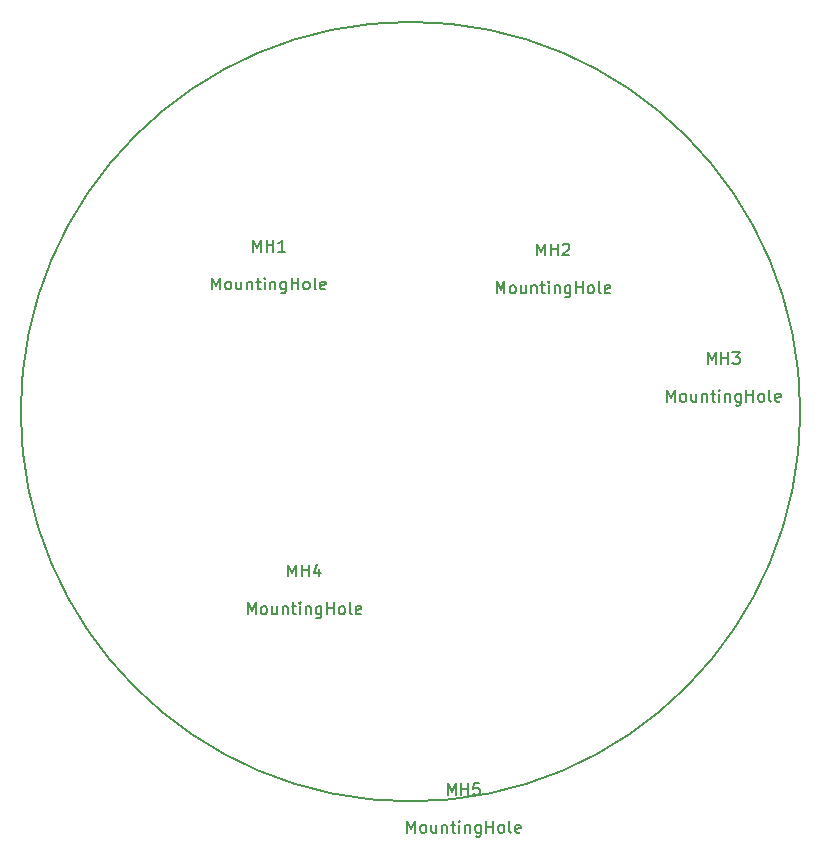
<source format=gbr>
G04 #@! TF.GenerationSoftware,KiCad,Pcbnew,7.0.7*
G04 #@! TF.CreationDate,2023-12-06T21:09:37-05:00*
G04 #@! TF.ProjectId,Daughterboard,44617567-6874-4657-9262-6f6172642e6b,rev?*
G04 #@! TF.SameCoordinates,Original*
G04 #@! TF.FileFunction,AssemblyDrawing,Top*
%FSLAX46Y46*%
G04 Gerber Fmt 4.6, Leading zero omitted, Abs format (unit mm)*
G04 Created by KiCad (PCBNEW 7.0.7) date 2023-12-06 21:09:37*
%MOMM*%
%LPD*%
G01*
G04 APERTURE LIST*
%ADD10C,0.200000*%
%ADD11C,0.150000*%
G04 APERTURE END LIST*
D10*
X183000000Y-100000000D02*
G75*
G03*
X183000000Y-100000000I-33000000J0D01*
G01*
D11*
X157289285Y-89979819D02*
X157289285Y-88979819D01*
X157289285Y-88979819D02*
X157622618Y-89694104D01*
X157622618Y-89694104D02*
X157955951Y-88979819D01*
X157955951Y-88979819D02*
X157955951Y-89979819D01*
X158574999Y-89979819D02*
X158479761Y-89932200D01*
X158479761Y-89932200D02*
X158432142Y-89884580D01*
X158432142Y-89884580D02*
X158384523Y-89789342D01*
X158384523Y-89789342D02*
X158384523Y-89503628D01*
X158384523Y-89503628D02*
X158432142Y-89408390D01*
X158432142Y-89408390D02*
X158479761Y-89360771D01*
X158479761Y-89360771D02*
X158574999Y-89313152D01*
X158574999Y-89313152D02*
X158717856Y-89313152D01*
X158717856Y-89313152D02*
X158813094Y-89360771D01*
X158813094Y-89360771D02*
X158860713Y-89408390D01*
X158860713Y-89408390D02*
X158908332Y-89503628D01*
X158908332Y-89503628D02*
X158908332Y-89789342D01*
X158908332Y-89789342D02*
X158860713Y-89884580D01*
X158860713Y-89884580D02*
X158813094Y-89932200D01*
X158813094Y-89932200D02*
X158717856Y-89979819D01*
X158717856Y-89979819D02*
X158574999Y-89979819D01*
X159765475Y-89313152D02*
X159765475Y-89979819D01*
X159336904Y-89313152D02*
X159336904Y-89836961D01*
X159336904Y-89836961D02*
X159384523Y-89932200D01*
X159384523Y-89932200D02*
X159479761Y-89979819D01*
X159479761Y-89979819D02*
X159622618Y-89979819D01*
X159622618Y-89979819D02*
X159717856Y-89932200D01*
X159717856Y-89932200D02*
X159765475Y-89884580D01*
X160241666Y-89313152D02*
X160241666Y-89979819D01*
X160241666Y-89408390D02*
X160289285Y-89360771D01*
X160289285Y-89360771D02*
X160384523Y-89313152D01*
X160384523Y-89313152D02*
X160527380Y-89313152D01*
X160527380Y-89313152D02*
X160622618Y-89360771D01*
X160622618Y-89360771D02*
X160670237Y-89456009D01*
X160670237Y-89456009D02*
X160670237Y-89979819D01*
X161003571Y-89313152D02*
X161384523Y-89313152D01*
X161146428Y-88979819D02*
X161146428Y-89836961D01*
X161146428Y-89836961D02*
X161194047Y-89932200D01*
X161194047Y-89932200D02*
X161289285Y-89979819D01*
X161289285Y-89979819D02*
X161384523Y-89979819D01*
X161717857Y-89979819D02*
X161717857Y-89313152D01*
X161717857Y-88979819D02*
X161670238Y-89027438D01*
X161670238Y-89027438D02*
X161717857Y-89075057D01*
X161717857Y-89075057D02*
X161765476Y-89027438D01*
X161765476Y-89027438D02*
X161717857Y-88979819D01*
X161717857Y-88979819D02*
X161717857Y-89075057D01*
X162194047Y-89313152D02*
X162194047Y-89979819D01*
X162194047Y-89408390D02*
X162241666Y-89360771D01*
X162241666Y-89360771D02*
X162336904Y-89313152D01*
X162336904Y-89313152D02*
X162479761Y-89313152D01*
X162479761Y-89313152D02*
X162574999Y-89360771D01*
X162574999Y-89360771D02*
X162622618Y-89456009D01*
X162622618Y-89456009D02*
X162622618Y-89979819D01*
X163527380Y-89313152D02*
X163527380Y-90122676D01*
X163527380Y-90122676D02*
X163479761Y-90217914D01*
X163479761Y-90217914D02*
X163432142Y-90265533D01*
X163432142Y-90265533D02*
X163336904Y-90313152D01*
X163336904Y-90313152D02*
X163194047Y-90313152D01*
X163194047Y-90313152D02*
X163098809Y-90265533D01*
X163527380Y-89932200D02*
X163432142Y-89979819D01*
X163432142Y-89979819D02*
X163241666Y-89979819D01*
X163241666Y-89979819D02*
X163146428Y-89932200D01*
X163146428Y-89932200D02*
X163098809Y-89884580D01*
X163098809Y-89884580D02*
X163051190Y-89789342D01*
X163051190Y-89789342D02*
X163051190Y-89503628D01*
X163051190Y-89503628D02*
X163098809Y-89408390D01*
X163098809Y-89408390D02*
X163146428Y-89360771D01*
X163146428Y-89360771D02*
X163241666Y-89313152D01*
X163241666Y-89313152D02*
X163432142Y-89313152D01*
X163432142Y-89313152D02*
X163527380Y-89360771D01*
X164003571Y-89979819D02*
X164003571Y-88979819D01*
X164003571Y-89456009D02*
X164574999Y-89456009D01*
X164574999Y-89979819D02*
X164574999Y-88979819D01*
X165194047Y-89979819D02*
X165098809Y-89932200D01*
X165098809Y-89932200D02*
X165051190Y-89884580D01*
X165051190Y-89884580D02*
X165003571Y-89789342D01*
X165003571Y-89789342D02*
X165003571Y-89503628D01*
X165003571Y-89503628D02*
X165051190Y-89408390D01*
X165051190Y-89408390D02*
X165098809Y-89360771D01*
X165098809Y-89360771D02*
X165194047Y-89313152D01*
X165194047Y-89313152D02*
X165336904Y-89313152D01*
X165336904Y-89313152D02*
X165432142Y-89360771D01*
X165432142Y-89360771D02*
X165479761Y-89408390D01*
X165479761Y-89408390D02*
X165527380Y-89503628D01*
X165527380Y-89503628D02*
X165527380Y-89789342D01*
X165527380Y-89789342D02*
X165479761Y-89884580D01*
X165479761Y-89884580D02*
X165432142Y-89932200D01*
X165432142Y-89932200D02*
X165336904Y-89979819D01*
X165336904Y-89979819D02*
X165194047Y-89979819D01*
X166098809Y-89979819D02*
X166003571Y-89932200D01*
X166003571Y-89932200D02*
X165955952Y-89836961D01*
X165955952Y-89836961D02*
X165955952Y-88979819D01*
X166860714Y-89932200D02*
X166765476Y-89979819D01*
X166765476Y-89979819D02*
X166575000Y-89979819D01*
X166575000Y-89979819D02*
X166479762Y-89932200D01*
X166479762Y-89932200D02*
X166432143Y-89836961D01*
X166432143Y-89836961D02*
X166432143Y-89456009D01*
X166432143Y-89456009D02*
X166479762Y-89360771D01*
X166479762Y-89360771D02*
X166575000Y-89313152D01*
X166575000Y-89313152D02*
X166765476Y-89313152D01*
X166765476Y-89313152D02*
X166860714Y-89360771D01*
X166860714Y-89360771D02*
X166908333Y-89456009D01*
X166908333Y-89456009D02*
X166908333Y-89551247D01*
X166908333Y-89551247D02*
X166432143Y-89646485D01*
X160741667Y-86779819D02*
X160741667Y-85779819D01*
X160741667Y-85779819D02*
X161075000Y-86494104D01*
X161075000Y-86494104D02*
X161408333Y-85779819D01*
X161408333Y-85779819D02*
X161408333Y-86779819D01*
X161884524Y-86779819D02*
X161884524Y-85779819D01*
X161884524Y-86256009D02*
X162455952Y-86256009D01*
X162455952Y-86779819D02*
X162455952Y-85779819D01*
X162884524Y-85875057D02*
X162932143Y-85827438D01*
X162932143Y-85827438D02*
X163027381Y-85779819D01*
X163027381Y-85779819D02*
X163265476Y-85779819D01*
X163265476Y-85779819D02*
X163360714Y-85827438D01*
X163360714Y-85827438D02*
X163408333Y-85875057D01*
X163408333Y-85875057D02*
X163455952Y-85970295D01*
X163455952Y-85970295D02*
X163455952Y-86065533D01*
X163455952Y-86065533D02*
X163408333Y-86208390D01*
X163408333Y-86208390D02*
X162836905Y-86779819D01*
X162836905Y-86779819D02*
X163455952Y-86779819D01*
X136214285Y-117154819D02*
X136214285Y-116154819D01*
X136214285Y-116154819D02*
X136547618Y-116869104D01*
X136547618Y-116869104D02*
X136880951Y-116154819D01*
X136880951Y-116154819D02*
X136880951Y-117154819D01*
X137499999Y-117154819D02*
X137404761Y-117107200D01*
X137404761Y-117107200D02*
X137357142Y-117059580D01*
X137357142Y-117059580D02*
X137309523Y-116964342D01*
X137309523Y-116964342D02*
X137309523Y-116678628D01*
X137309523Y-116678628D02*
X137357142Y-116583390D01*
X137357142Y-116583390D02*
X137404761Y-116535771D01*
X137404761Y-116535771D02*
X137499999Y-116488152D01*
X137499999Y-116488152D02*
X137642856Y-116488152D01*
X137642856Y-116488152D02*
X137738094Y-116535771D01*
X137738094Y-116535771D02*
X137785713Y-116583390D01*
X137785713Y-116583390D02*
X137833332Y-116678628D01*
X137833332Y-116678628D02*
X137833332Y-116964342D01*
X137833332Y-116964342D02*
X137785713Y-117059580D01*
X137785713Y-117059580D02*
X137738094Y-117107200D01*
X137738094Y-117107200D02*
X137642856Y-117154819D01*
X137642856Y-117154819D02*
X137499999Y-117154819D01*
X138690475Y-116488152D02*
X138690475Y-117154819D01*
X138261904Y-116488152D02*
X138261904Y-117011961D01*
X138261904Y-117011961D02*
X138309523Y-117107200D01*
X138309523Y-117107200D02*
X138404761Y-117154819D01*
X138404761Y-117154819D02*
X138547618Y-117154819D01*
X138547618Y-117154819D02*
X138642856Y-117107200D01*
X138642856Y-117107200D02*
X138690475Y-117059580D01*
X139166666Y-116488152D02*
X139166666Y-117154819D01*
X139166666Y-116583390D02*
X139214285Y-116535771D01*
X139214285Y-116535771D02*
X139309523Y-116488152D01*
X139309523Y-116488152D02*
X139452380Y-116488152D01*
X139452380Y-116488152D02*
X139547618Y-116535771D01*
X139547618Y-116535771D02*
X139595237Y-116631009D01*
X139595237Y-116631009D02*
X139595237Y-117154819D01*
X139928571Y-116488152D02*
X140309523Y-116488152D01*
X140071428Y-116154819D02*
X140071428Y-117011961D01*
X140071428Y-117011961D02*
X140119047Y-117107200D01*
X140119047Y-117107200D02*
X140214285Y-117154819D01*
X140214285Y-117154819D02*
X140309523Y-117154819D01*
X140642857Y-117154819D02*
X140642857Y-116488152D01*
X140642857Y-116154819D02*
X140595238Y-116202438D01*
X140595238Y-116202438D02*
X140642857Y-116250057D01*
X140642857Y-116250057D02*
X140690476Y-116202438D01*
X140690476Y-116202438D02*
X140642857Y-116154819D01*
X140642857Y-116154819D02*
X140642857Y-116250057D01*
X141119047Y-116488152D02*
X141119047Y-117154819D01*
X141119047Y-116583390D02*
X141166666Y-116535771D01*
X141166666Y-116535771D02*
X141261904Y-116488152D01*
X141261904Y-116488152D02*
X141404761Y-116488152D01*
X141404761Y-116488152D02*
X141499999Y-116535771D01*
X141499999Y-116535771D02*
X141547618Y-116631009D01*
X141547618Y-116631009D02*
X141547618Y-117154819D01*
X142452380Y-116488152D02*
X142452380Y-117297676D01*
X142452380Y-117297676D02*
X142404761Y-117392914D01*
X142404761Y-117392914D02*
X142357142Y-117440533D01*
X142357142Y-117440533D02*
X142261904Y-117488152D01*
X142261904Y-117488152D02*
X142119047Y-117488152D01*
X142119047Y-117488152D02*
X142023809Y-117440533D01*
X142452380Y-117107200D02*
X142357142Y-117154819D01*
X142357142Y-117154819D02*
X142166666Y-117154819D01*
X142166666Y-117154819D02*
X142071428Y-117107200D01*
X142071428Y-117107200D02*
X142023809Y-117059580D01*
X142023809Y-117059580D02*
X141976190Y-116964342D01*
X141976190Y-116964342D02*
X141976190Y-116678628D01*
X141976190Y-116678628D02*
X142023809Y-116583390D01*
X142023809Y-116583390D02*
X142071428Y-116535771D01*
X142071428Y-116535771D02*
X142166666Y-116488152D01*
X142166666Y-116488152D02*
X142357142Y-116488152D01*
X142357142Y-116488152D02*
X142452380Y-116535771D01*
X142928571Y-117154819D02*
X142928571Y-116154819D01*
X142928571Y-116631009D02*
X143499999Y-116631009D01*
X143499999Y-117154819D02*
X143499999Y-116154819D01*
X144119047Y-117154819D02*
X144023809Y-117107200D01*
X144023809Y-117107200D02*
X143976190Y-117059580D01*
X143976190Y-117059580D02*
X143928571Y-116964342D01*
X143928571Y-116964342D02*
X143928571Y-116678628D01*
X143928571Y-116678628D02*
X143976190Y-116583390D01*
X143976190Y-116583390D02*
X144023809Y-116535771D01*
X144023809Y-116535771D02*
X144119047Y-116488152D01*
X144119047Y-116488152D02*
X144261904Y-116488152D01*
X144261904Y-116488152D02*
X144357142Y-116535771D01*
X144357142Y-116535771D02*
X144404761Y-116583390D01*
X144404761Y-116583390D02*
X144452380Y-116678628D01*
X144452380Y-116678628D02*
X144452380Y-116964342D01*
X144452380Y-116964342D02*
X144404761Y-117059580D01*
X144404761Y-117059580D02*
X144357142Y-117107200D01*
X144357142Y-117107200D02*
X144261904Y-117154819D01*
X144261904Y-117154819D02*
X144119047Y-117154819D01*
X145023809Y-117154819D02*
X144928571Y-117107200D01*
X144928571Y-117107200D02*
X144880952Y-117011961D01*
X144880952Y-117011961D02*
X144880952Y-116154819D01*
X145785714Y-117107200D02*
X145690476Y-117154819D01*
X145690476Y-117154819D02*
X145500000Y-117154819D01*
X145500000Y-117154819D02*
X145404762Y-117107200D01*
X145404762Y-117107200D02*
X145357143Y-117011961D01*
X145357143Y-117011961D02*
X145357143Y-116631009D01*
X145357143Y-116631009D02*
X145404762Y-116535771D01*
X145404762Y-116535771D02*
X145500000Y-116488152D01*
X145500000Y-116488152D02*
X145690476Y-116488152D01*
X145690476Y-116488152D02*
X145785714Y-116535771D01*
X145785714Y-116535771D02*
X145833333Y-116631009D01*
X145833333Y-116631009D02*
X145833333Y-116726247D01*
X145833333Y-116726247D02*
X145357143Y-116821485D01*
X139666667Y-113954819D02*
X139666667Y-112954819D01*
X139666667Y-112954819D02*
X140000000Y-113669104D01*
X140000000Y-113669104D02*
X140333333Y-112954819D01*
X140333333Y-112954819D02*
X140333333Y-113954819D01*
X140809524Y-113954819D02*
X140809524Y-112954819D01*
X140809524Y-113431009D02*
X141380952Y-113431009D01*
X141380952Y-113954819D02*
X141380952Y-112954819D01*
X142285714Y-113288152D02*
X142285714Y-113954819D01*
X142047619Y-112907200D02*
X141809524Y-113621485D01*
X141809524Y-113621485D02*
X142428571Y-113621485D01*
X149714285Y-135654819D02*
X149714285Y-134654819D01*
X149714285Y-134654819D02*
X150047618Y-135369104D01*
X150047618Y-135369104D02*
X150380951Y-134654819D01*
X150380951Y-134654819D02*
X150380951Y-135654819D01*
X150999999Y-135654819D02*
X150904761Y-135607200D01*
X150904761Y-135607200D02*
X150857142Y-135559580D01*
X150857142Y-135559580D02*
X150809523Y-135464342D01*
X150809523Y-135464342D02*
X150809523Y-135178628D01*
X150809523Y-135178628D02*
X150857142Y-135083390D01*
X150857142Y-135083390D02*
X150904761Y-135035771D01*
X150904761Y-135035771D02*
X150999999Y-134988152D01*
X150999999Y-134988152D02*
X151142856Y-134988152D01*
X151142856Y-134988152D02*
X151238094Y-135035771D01*
X151238094Y-135035771D02*
X151285713Y-135083390D01*
X151285713Y-135083390D02*
X151333332Y-135178628D01*
X151333332Y-135178628D02*
X151333332Y-135464342D01*
X151333332Y-135464342D02*
X151285713Y-135559580D01*
X151285713Y-135559580D02*
X151238094Y-135607200D01*
X151238094Y-135607200D02*
X151142856Y-135654819D01*
X151142856Y-135654819D02*
X150999999Y-135654819D01*
X152190475Y-134988152D02*
X152190475Y-135654819D01*
X151761904Y-134988152D02*
X151761904Y-135511961D01*
X151761904Y-135511961D02*
X151809523Y-135607200D01*
X151809523Y-135607200D02*
X151904761Y-135654819D01*
X151904761Y-135654819D02*
X152047618Y-135654819D01*
X152047618Y-135654819D02*
X152142856Y-135607200D01*
X152142856Y-135607200D02*
X152190475Y-135559580D01*
X152666666Y-134988152D02*
X152666666Y-135654819D01*
X152666666Y-135083390D02*
X152714285Y-135035771D01*
X152714285Y-135035771D02*
X152809523Y-134988152D01*
X152809523Y-134988152D02*
X152952380Y-134988152D01*
X152952380Y-134988152D02*
X153047618Y-135035771D01*
X153047618Y-135035771D02*
X153095237Y-135131009D01*
X153095237Y-135131009D02*
X153095237Y-135654819D01*
X153428571Y-134988152D02*
X153809523Y-134988152D01*
X153571428Y-134654819D02*
X153571428Y-135511961D01*
X153571428Y-135511961D02*
X153619047Y-135607200D01*
X153619047Y-135607200D02*
X153714285Y-135654819D01*
X153714285Y-135654819D02*
X153809523Y-135654819D01*
X154142857Y-135654819D02*
X154142857Y-134988152D01*
X154142857Y-134654819D02*
X154095238Y-134702438D01*
X154095238Y-134702438D02*
X154142857Y-134750057D01*
X154142857Y-134750057D02*
X154190476Y-134702438D01*
X154190476Y-134702438D02*
X154142857Y-134654819D01*
X154142857Y-134654819D02*
X154142857Y-134750057D01*
X154619047Y-134988152D02*
X154619047Y-135654819D01*
X154619047Y-135083390D02*
X154666666Y-135035771D01*
X154666666Y-135035771D02*
X154761904Y-134988152D01*
X154761904Y-134988152D02*
X154904761Y-134988152D01*
X154904761Y-134988152D02*
X154999999Y-135035771D01*
X154999999Y-135035771D02*
X155047618Y-135131009D01*
X155047618Y-135131009D02*
X155047618Y-135654819D01*
X155952380Y-134988152D02*
X155952380Y-135797676D01*
X155952380Y-135797676D02*
X155904761Y-135892914D01*
X155904761Y-135892914D02*
X155857142Y-135940533D01*
X155857142Y-135940533D02*
X155761904Y-135988152D01*
X155761904Y-135988152D02*
X155619047Y-135988152D01*
X155619047Y-135988152D02*
X155523809Y-135940533D01*
X155952380Y-135607200D02*
X155857142Y-135654819D01*
X155857142Y-135654819D02*
X155666666Y-135654819D01*
X155666666Y-135654819D02*
X155571428Y-135607200D01*
X155571428Y-135607200D02*
X155523809Y-135559580D01*
X155523809Y-135559580D02*
X155476190Y-135464342D01*
X155476190Y-135464342D02*
X155476190Y-135178628D01*
X155476190Y-135178628D02*
X155523809Y-135083390D01*
X155523809Y-135083390D02*
X155571428Y-135035771D01*
X155571428Y-135035771D02*
X155666666Y-134988152D01*
X155666666Y-134988152D02*
X155857142Y-134988152D01*
X155857142Y-134988152D02*
X155952380Y-135035771D01*
X156428571Y-135654819D02*
X156428571Y-134654819D01*
X156428571Y-135131009D02*
X156999999Y-135131009D01*
X156999999Y-135654819D02*
X156999999Y-134654819D01*
X157619047Y-135654819D02*
X157523809Y-135607200D01*
X157523809Y-135607200D02*
X157476190Y-135559580D01*
X157476190Y-135559580D02*
X157428571Y-135464342D01*
X157428571Y-135464342D02*
X157428571Y-135178628D01*
X157428571Y-135178628D02*
X157476190Y-135083390D01*
X157476190Y-135083390D02*
X157523809Y-135035771D01*
X157523809Y-135035771D02*
X157619047Y-134988152D01*
X157619047Y-134988152D02*
X157761904Y-134988152D01*
X157761904Y-134988152D02*
X157857142Y-135035771D01*
X157857142Y-135035771D02*
X157904761Y-135083390D01*
X157904761Y-135083390D02*
X157952380Y-135178628D01*
X157952380Y-135178628D02*
X157952380Y-135464342D01*
X157952380Y-135464342D02*
X157904761Y-135559580D01*
X157904761Y-135559580D02*
X157857142Y-135607200D01*
X157857142Y-135607200D02*
X157761904Y-135654819D01*
X157761904Y-135654819D02*
X157619047Y-135654819D01*
X158523809Y-135654819D02*
X158428571Y-135607200D01*
X158428571Y-135607200D02*
X158380952Y-135511961D01*
X158380952Y-135511961D02*
X158380952Y-134654819D01*
X159285714Y-135607200D02*
X159190476Y-135654819D01*
X159190476Y-135654819D02*
X159000000Y-135654819D01*
X159000000Y-135654819D02*
X158904762Y-135607200D01*
X158904762Y-135607200D02*
X158857143Y-135511961D01*
X158857143Y-135511961D02*
X158857143Y-135131009D01*
X158857143Y-135131009D02*
X158904762Y-135035771D01*
X158904762Y-135035771D02*
X159000000Y-134988152D01*
X159000000Y-134988152D02*
X159190476Y-134988152D01*
X159190476Y-134988152D02*
X159285714Y-135035771D01*
X159285714Y-135035771D02*
X159333333Y-135131009D01*
X159333333Y-135131009D02*
X159333333Y-135226247D01*
X159333333Y-135226247D02*
X158857143Y-135321485D01*
X153166667Y-132454819D02*
X153166667Y-131454819D01*
X153166667Y-131454819D02*
X153500000Y-132169104D01*
X153500000Y-132169104D02*
X153833333Y-131454819D01*
X153833333Y-131454819D02*
X153833333Y-132454819D01*
X154309524Y-132454819D02*
X154309524Y-131454819D01*
X154309524Y-131931009D02*
X154880952Y-131931009D01*
X154880952Y-132454819D02*
X154880952Y-131454819D01*
X155833333Y-131454819D02*
X155357143Y-131454819D01*
X155357143Y-131454819D02*
X155309524Y-131931009D01*
X155309524Y-131931009D02*
X155357143Y-131883390D01*
X155357143Y-131883390D02*
X155452381Y-131835771D01*
X155452381Y-131835771D02*
X155690476Y-131835771D01*
X155690476Y-131835771D02*
X155785714Y-131883390D01*
X155785714Y-131883390D02*
X155833333Y-131931009D01*
X155833333Y-131931009D02*
X155880952Y-132026247D01*
X155880952Y-132026247D02*
X155880952Y-132264342D01*
X155880952Y-132264342D02*
X155833333Y-132359580D01*
X155833333Y-132359580D02*
X155785714Y-132407200D01*
X155785714Y-132407200D02*
X155690476Y-132454819D01*
X155690476Y-132454819D02*
X155452381Y-132454819D01*
X155452381Y-132454819D02*
X155357143Y-132407200D01*
X155357143Y-132407200D02*
X155309524Y-132359580D01*
X133214285Y-89654819D02*
X133214285Y-88654819D01*
X133214285Y-88654819D02*
X133547618Y-89369104D01*
X133547618Y-89369104D02*
X133880951Y-88654819D01*
X133880951Y-88654819D02*
X133880951Y-89654819D01*
X134499999Y-89654819D02*
X134404761Y-89607200D01*
X134404761Y-89607200D02*
X134357142Y-89559580D01*
X134357142Y-89559580D02*
X134309523Y-89464342D01*
X134309523Y-89464342D02*
X134309523Y-89178628D01*
X134309523Y-89178628D02*
X134357142Y-89083390D01*
X134357142Y-89083390D02*
X134404761Y-89035771D01*
X134404761Y-89035771D02*
X134499999Y-88988152D01*
X134499999Y-88988152D02*
X134642856Y-88988152D01*
X134642856Y-88988152D02*
X134738094Y-89035771D01*
X134738094Y-89035771D02*
X134785713Y-89083390D01*
X134785713Y-89083390D02*
X134833332Y-89178628D01*
X134833332Y-89178628D02*
X134833332Y-89464342D01*
X134833332Y-89464342D02*
X134785713Y-89559580D01*
X134785713Y-89559580D02*
X134738094Y-89607200D01*
X134738094Y-89607200D02*
X134642856Y-89654819D01*
X134642856Y-89654819D02*
X134499999Y-89654819D01*
X135690475Y-88988152D02*
X135690475Y-89654819D01*
X135261904Y-88988152D02*
X135261904Y-89511961D01*
X135261904Y-89511961D02*
X135309523Y-89607200D01*
X135309523Y-89607200D02*
X135404761Y-89654819D01*
X135404761Y-89654819D02*
X135547618Y-89654819D01*
X135547618Y-89654819D02*
X135642856Y-89607200D01*
X135642856Y-89607200D02*
X135690475Y-89559580D01*
X136166666Y-88988152D02*
X136166666Y-89654819D01*
X136166666Y-89083390D02*
X136214285Y-89035771D01*
X136214285Y-89035771D02*
X136309523Y-88988152D01*
X136309523Y-88988152D02*
X136452380Y-88988152D01*
X136452380Y-88988152D02*
X136547618Y-89035771D01*
X136547618Y-89035771D02*
X136595237Y-89131009D01*
X136595237Y-89131009D02*
X136595237Y-89654819D01*
X136928571Y-88988152D02*
X137309523Y-88988152D01*
X137071428Y-88654819D02*
X137071428Y-89511961D01*
X137071428Y-89511961D02*
X137119047Y-89607200D01*
X137119047Y-89607200D02*
X137214285Y-89654819D01*
X137214285Y-89654819D02*
X137309523Y-89654819D01*
X137642857Y-89654819D02*
X137642857Y-88988152D01*
X137642857Y-88654819D02*
X137595238Y-88702438D01*
X137595238Y-88702438D02*
X137642857Y-88750057D01*
X137642857Y-88750057D02*
X137690476Y-88702438D01*
X137690476Y-88702438D02*
X137642857Y-88654819D01*
X137642857Y-88654819D02*
X137642857Y-88750057D01*
X138119047Y-88988152D02*
X138119047Y-89654819D01*
X138119047Y-89083390D02*
X138166666Y-89035771D01*
X138166666Y-89035771D02*
X138261904Y-88988152D01*
X138261904Y-88988152D02*
X138404761Y-88988152D01*
X138404761Y-88988152D02*
X138499999Y-89035771D01*
X138499999Y-89035771D02*
X138547618Y-89131009D01*
X138547618Y-89131009D02*
X138547618Y-89654819D01*
X139452380Y-88988152D02*
X139452380Y-89797676D01*
X139452380Y-89797676D02*
X139404761Y-89892914D01*
X139404761Y-89892914D02*
X139357142Y-89940533D01*
X139357142Y-89940533D02*
X139261904Y-89988152D01*
X139261904Y-89988152D02*
X139119047Y-89988152D01*
X139119047Y-89988152D02*
X139023809Y-89940533D01*
X139452380Y-89607200D02*
X139357142Y-89654819D01*
X139357142Y-89654819D02*
X139166666Y-89654819D01*
X139166666Y-89654819D02*
X139071428Y-89607200D01*
X139071428Y-89607200D02*
X139023809Y-89559580D01*
X139023809Y-89559580D02*
X138976190Y-89464342D01*
X138976190Y-89464342D02*
X138976190Y-89178628D01*
X138976190Y-89178628D02*
X139023809Y-89083390D01*
X139023809Y-89083390D02*
X139071428Y-89035771D01*
X139071428Y-89035771D02*
X139166666Y-88988152D01*
X139166666Y-88988152D02*
X139357142Y-88988152D01*
X139357142Y-88988152D02*
X139452380Y-89035771D01*
X139928571Y-89654819D02*
X139928571Y-88654819D01*
X139928571Y-89131009D02*
X140499999Y-89131009D01*
X140499999Y-89654819D02*
X140499999Y-88654819D01*
X141119047Y-89654819D02*
X141023809Y-89607200D01*
X141023809Y-89607200D02*
X140976190Y-89559580D01*
X140976190Y-89559580D02*
X140928571Y-89464342D01*
X140928571Y-89464342D02*
X140928571Y-89178628D01*
X140928571Y-89178628D02*
X140976190Y-89083390D01*
X140976190Y-89083390D02*
X141023809Y-89035771D01*
X141023809Y-89035771D02*
X141119047Y-88988152D01*
X141119047Y-88988152D02*
X141261904Y-88988152D01*
X141261904Y-88988152D02*
X141357142Y-89035771D01*
X141357142Y-89035771D02*
X141404761Y-89083390D01*
X141404761Y-89083390D02*
X141452380Y-89178628D01*
X141452380Y-89178628D02*
X141452380Y-89464342D01*
X141452380Y-89464342D02*
X141404761Y-89559580D01*
X141404761Y-89559580D02*
X141357142Y-89607200D01*
X141357142Y-89607200D02*
X141261904Y-89654819D01*
X141261904Y-89654819D02*
X141119047Y-89654819D01*
X142023809Y-89654819D02*
X141928571Y-89607200D01*
X141928571Y-89607200D02*
X141880952Y-89511961D01*
X141880952Y-89511961D02*
X141880952Y-88654819D01*
X142785714Y-89607200D02*
X142690476Y-89654819D01*
X142690476Y-89654819D02*
X142500000Y-89654819D01*
X142500000Y-89654819D02*
X142404762Y-89607200D01*
X142404762Y-89607200D02*
X142357143Y-89511961D01*
X142357143Y-89511961D02*
X142357143Y-89131009D01*
X142357143Y-89131009D02*
X142404762Y-89035771D01*
X142404762Y-89035771D02*
X142500000Y-88988152D01*
X142500000Y-88988152D02*
X142690476Y-88988152D01*
X142690476Y-88988152D02*
X142785714Y-89035771D01*
X142785714Y-89035771D02*
X142833333Y-89131009D01*
X142833333Y-89131009D02*
X142833333Y-89226247D01*
X142833333Y-89226247D02*
X142357143Y-89321485D01*
X136666667Y-86454819D02*
X136666667Y-85454819D01*
X136666667Y-85454819D02*
X137000000Y-86169104D01*
X137000000Y-86169104D02*
X137333333Y-85454819D01*
X137333333Y-85454819D02*
X137333333Y-86454819D01*
X137809524Y-86454819D02*
X137809524Y-85454819D01*
X137809524Y-85931009D02*
X138380952Y-85931009D01*
X138380952Y-86454819D02*
X138380952Y-85454819D01*
X139380952Y-86454819D02*
X138809524Y-86454819D01*
X139095238Y-86454819D02*
X139095238Y-85454819D01*
X139095238Y-85454819D02*
X139000000Y-85597676D01*
X139000000Y-85597676D02*
X138904762Y-85692914D01*
X138904762Y-85692914D02*
X138809524Y-85740533D01*
X171714285Y-99154819D02*
X171714285Y-98154819D01*
X171714285Y-98154819D02*
X172047618Y-98869104D01*
X172047618Y-98869104D02*
X172380951Y-98154819D01*
X172380951Y-98154819D02*
X172380951Y-99154819D01*
X172999999Y-99154819D02*
X172904761Y-99107200D01*
X172904761Y-99107200D02*
X172857142Y-99059580D01*
X172857142Y-99059580D02*
X172809523Y-98964342D01*
X172809523Y-98964342D02*
X172809523Y-98678628D01*
X172809523Y-98678628D02*
X172857142Y-98583390D01*
X172857142Y-98583390D02*
X172904761Y-98535771D01*
X172904761Y-98535771D02*
X172999999Y-98488152D01*
X172999999Y-98488152D02*
X173142856Y-98488152D01*
X173142856Y-98488152D02*
X173238094Y-98535771D01*
X173238094Y-98535771D02*
X173285713Y-98583390D01*
X173285713Y-98583390D02*
X173333332Y-98678628D01*
X173333332Y-98678628D02*
X173333332Y-98964342D01*
X173333332Y-98964342D02*
X173285713Y-99059580D01*
X173285713Y-99059580D02*
X173238094Y-99107200D01*
X173238094Y-99107200D02*
X173142856Y-99154819D01*
X173142856Y-99154819D02*
X172999999Y-99154819D01*
X174190475Y-98488152D02*
X174190475Y-99154819D01*
X173761904Y-98488152D02*
X173761904Y-99011961D01*
X173761904Y-99011961D02*
X173809523Y-99107200D01*
X173809523Y-99107200D02*
X173904761Y-99154819D01*
X173904761Y-99154819D02*
X174047618Y-99154819D01*
X174047618Y-99154819D02*
X174142856Y-99107200D01*
X174142856Y-99107200D02*
X174190475Y-99059580D01*
X174666666Y-98488152D02*
X174666666Y-99154819D01*
X174666666Y-98583390D02*
X174714285Y-98535771D01*
X174714285Y-98535771D02*
X174809523Y-98488152D01*
X174809523Y-98488152D02*
X174952380Y-98488152D01*
X174952380Y-98488152D02*
X175047618Y-98535771D01*
X175047618Y-98535771D02*
X175095237Y-98631009D01*
X175095237Y-98631009D02*
X175095237Y-99154819D01*
X175428571Y-98488152D02*
X175809523Y-98488152D01*
X175571428Y-98154819D02*
X175571428Y-99011961D01*
X175571428Y-99011961D02*
X175619047Y-99107200D01*
X175619047Y-99107200D02*
X175714285Y-99154819D01*
X175714285Y-99154819D02*
X175809523Y-99154819D01*
X176142857Y-99154819D02*
X176142857Y-98488152D01*
X176142857Y-98154819D02*
X176095238Y-98202438D01*
X176095238Y-98202438D02*
X176142857Y-98250057D01*
X176142857Y-98250057D02*
X176190476Y-98202438D01*
X176190476Y-98202438D02*
X176142857Y-98154819D01*
X176142857Y-98154819D02*
X176142857Y-98250057D01*
X176619047Y-98488152D02*
X176619047Y-99154819D01*
X176619047Y-98583390D02*
X176666666Y-98535771D01*
X176666666Y-98535771D02*
X176761904Y-98488152D01*
X176761904Y-98488152D02*
X176904761Y-98488152D01*
X176904761Y-98488152D02*
X176999999Y-98535771D01*
X176999999Y-98535771D02*
X177047618Y-98631009D01*
X177047618Y-98631009D02*
X177047618Y-99154819D01*
X177952380Y-98488152D02*
X177952380Y-99297676D01*
X177952380Y-99297676D02*
X177904761Y-99392914D01*
X177904761Y-99392914D02*
X177857142Y-99440533D01*
X177857142Y-99440533D02*
X177761904Y-99488152D01*
X177761904Y-99488152D02*
X177619047Y-99488152D01*
X177619047Y-99488152D02*
X177523809Y-99440533D01*
X177952380Y-99107200D02*
X177857142Y-99154819D01*
X177857142Y-99154819D02*
X177666666Y-99154819D01*
X177666666Y-99154819D02*
X177571428Y-99107200D01*
X177571428Y-99107200D02*
X177523809Y-99059580D01*
X177523809Y-99059580D02*
X177476190Y-98964342D01*
X177476190Y-98964342D02*
X177476190Y-98678628D01*
X177476190Y-98678628D02*
X177523809Y-98583390D01*
X177523809Y-98583390D02*
X177571428Y-98535771D01*
X177571428Y-98535771D02*
X177666666Y-98488152D01*
X177666666Y-98488152D02*
X177857142Y-98488152D01*
X177857142Y-98488152D02*
X177952380Y-98535771D01*
X178428571Y-99154819D02*
X178428571Y-98154819D01*
X178428571Y-98631009D02*
X178999999Y-98631009D01*
X178999999Y-99154819D02*
X178999999Y-98154819D01*
X179619047Y-99154819D02*
X179523809Y-99107200D01*
X179523809Y-99107200D02*
X179476190Y-99059580D01*
X179476190Y-99059580D02*
X179428571Y-98964342D01*
X179428571Y-98964342D02*
X179428571Y-98678628D01*
X179428571Y-98678628D02*
X179476190Y-98583390D01*
X179476190Y-98583390D02*
X179523809Y-98535771D01*
X179523809Y-98535771D02*
X179619047Y-98488152D01*
X179619047Y-98488152D02*
X179761904Y-98488152D01*
X179761904Y-98488152D02*
X179857142Y-98535771D01*
X179857142Y-98535771D02*
X179904761Y-98583390D01*
X179904761Y-98583390D02*
X179952380Y-98678628D01*
X179952380Y-98678628D02*
X179952380Y-98964342D01*
X179952380Y-98964342D02*
X179904761Y-99059580D01*
X179904761Y-99059580D02*
X179857142Y-99107200D01*
X179857142Y-99107200D02*
X179761904Y-99154819D01*
X179761904Y-99154819D02*
X179619047Y-99154819D01*
X180523809Y-99154819D02*
X180428571Y-99107200D01*
X180428571Y-99107200D02*
X180380952Y-99011961D01*
X180380952Y-99011961D02*
X180380952Y-98154819D01*
X181285714Y-99107200D02*
X181190476Y-99154819D01*
X181190476Y-99154819D02*
X181000000Y-99154819D01*
X181000000Y-99154819D02*
X180904762Y-99107200D01*
X180904762Y-99107200D02*
X180857143Y-99011961D01*
X180857143Y-99011961D02*
X180857143Y-98631009D01*
X180857143Y-98631009D02*
X180904762Y-98535771D01*
X180904762Y-98535771D02*
X181000000Y-98488152D01*
X181000000Y-98488152D02*
X181190476Y-98488152D01*
X181190476Y-98488152D02*
X181285714Y-98535771D01*
X181285714Y-98535771D02*
X181333333Y-98631009D01*
X181333333Y-98631009D02*
X181333333Y-98726247D01*
X181333333Y-98726247D02*
X180857143Y-98821485D01*
X175166667Y-95954819D02*
X175166667Y-94954819D01*
X175166667Y-94954819D02*
X175500000Y-95669104D01*
X175500000Y-95669104D02*
X175833333Y-94954819D01*
X175833333Y-94954819D02*
X175833333Y-95954819D01*
X176309524Y-95954819D02*
X176309524Y-94954819D01*
X176309524Y-95431009D02*
X176880952Y-95431009D01*
X176880952Y-95954819D02*
X176880952Y-94954819D01*
X177261905Y-94954819D02*
X177880952Y-94954819D01*
X177880952Y-94954819D02*
X177547619Y-95335771D01*
X177547619Y-95335771D02*
X177690476Y-95335771D01*
X177690476Y-95335771D02*
X177785714Y-95383390D01*
X177785714Y-95383390D02*
X177833333Y-95431009D01*
X177833333Y-95431009D02*
X177880952Y-95526247D01*
X177880952Y-95526247D02*
X177880952Y-95764342D01*
X177880952Y-95764342D02*
X177833333Y-95859580D01*
X177833333Y-95859580D02*
X177785714Y-95907200D01*
X177785714Y-95907200D02*
X177690476Y-95954819D01*
X177690476Y-95954819D02*
X177404762Y-95954819D01*
X177404762Y-95954819D02*
X177309524Y-95907200D01*
X177309524Y-95907200D02*
X177261905Y-95859580D01*
M02*

</source>
